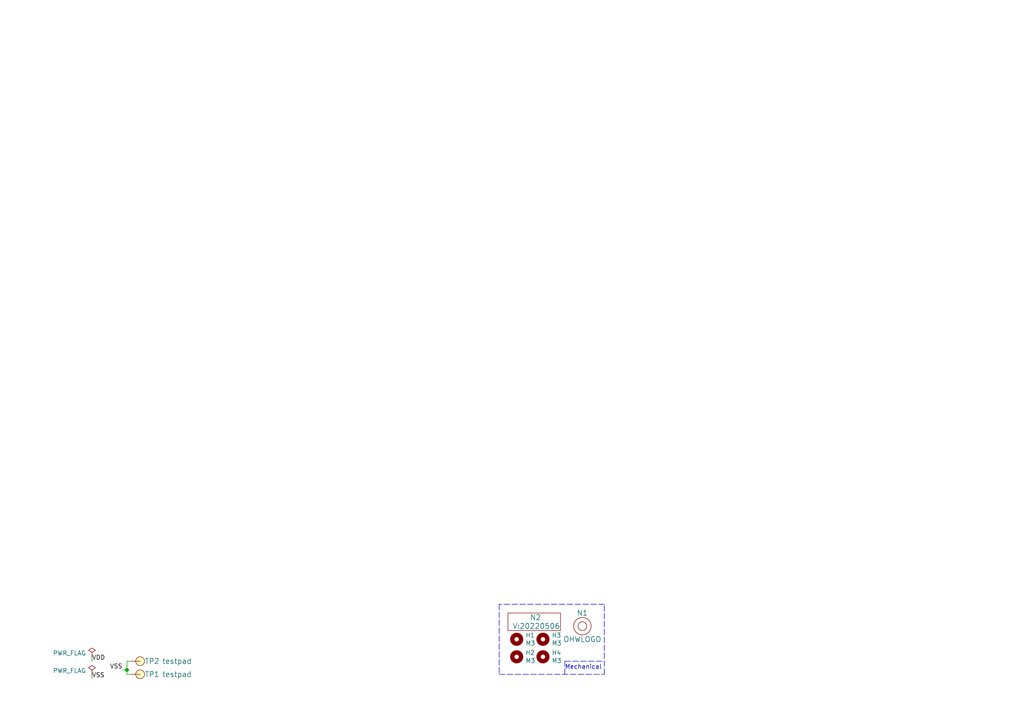
<source format=kicad_sch>
(kicad_sch (version 20211123) (generator eeschema)
  (paper "A4")
  (lib_symbols
    (symbol "Mechanical:MountingHole" (pin_names (offset 1.016))
      (property "Reference" "H" (at 0 5.08 0))
      (property "Value" "MountingHole" (at 0 3.175 0))
      (symbol "MountingHole_0_1"
        (circle (center 0 0) (radius 1.27) (stroke (width 1.27)))
      )
    )
    (symbol "SquantorLabels:OHWLOGO" (pin_names (offset 1.016))
      (property "Reference" "N" (at 0 3.81 0))
      (property "Value" "OHWLOGO" (at 0 -3.81 0))
      (symbol "OHWLOGO_0_1"
        (circle (center 0 0) (radius 1.27))
        (circle (center 0 0) (radius 2.54))
      )
    )
    (symbol "SquantorLabels:VYYYYMMDD" (pin_names (offset 1.016))
      (property "Reference" "N" (at 0 2.54 0))
      (property "Value" "VYYYYMMDD" (at 0 0 0))
      (symbol "VYYYYMMDD_0_1"
        (rectangle (start 7.62 -1.27) (end -7.62 3.81))
      )
    )
    (symbol "SquantorProto:testpad" (pin_numbers hide) (pin_names (offset 1.016) hide)
      (property "Reference" "TP" (at 0 2.54 0))
      (property "Value" "testpad" (at 0 -2.54 0))
      (symbol "testpad_0_1"
        (circle (center 0 0) (radius 1.27) (fill (type background)))
      )
      (symbol "testpad_1_1"
        (pin passive line (at -2.54 0 0) (length 2.54) (name "1") (number "1"))
      )
    )
    (symbol "power:PWR_FLAG" (power) (pin_numbers hide) (pin_names (offset 0) hide)
      (property "Value" "PWR_FLAG" (at 0 3.81 0))
      (symbol "PWR_FLAG_0_0"
        (pin power_out line (at 0 0 90) (length 0) (name "pwr") (number "1"))
      )
      (symbol "PWR_FLAG_0_1"
        (polyline (pts (xy 0 0) (xy 0 1.27) (xy -1.016 1.905) (xy 0 2.54) (xy 1.016 1.905) (xy 0 1.27)))
      )
    )
  )
  (junction (at 36.83 194.31))
  (polyline (pts (xy 163.83 195.58) (xy 163.83 191.77)))
  (wire (pts (xy 36.83 194.31) (xy 36.83 191.77)))
  (polyline (pts (xy 175.26 195.58) (xy 175.26 175.26)))
  (polyline (pts (xy 163.83 191.77) (xy 175.26 191.77)))
  (polyline (pts (xy 144.78 175.26) (xy 144.78 195.58)))
  (wire (pts (xy 35.56 194.31) (xy 36.83 194.31)))
  (polyline (pts (xy 175.26 175.26) (xy 144.78 175.26)))
  (wire (pts (xy 36.83 195.58) (xy 36.83 194.31)))
  (wire (pts (xy 38.1 195.58) (xy 36.83 195.58)))
  (wire (pts (xy 26.67 191.77) (xy 26.67 190.5)))
  (wire (pts (xy 26.67 196.85) (xy 26.67 195.58)))
  (polyline (pts (xy 144.78 195.58) (xy 175.26 195.58)))
  (wire (pts (xy 36.83 191.77) (xy 38.1 191.77)))
  (text "Mechanical" (at 163.83 194.31 0) (effects (font (size 1.27 1.27)) (justify left bottom)))
  (label "VDD" (at 26.67 191.77 0))
  (label "VSS" (at 35.56 194.31 180))
  (label "VSS" (at 26.67 196.85 0))
  (symbol (lib_id "SquantorLabels:OHWLOGO") (at 168.91 181.61 0) (unit 1)
    (property "Reference" "N1" (at 168.91 177.8 0) (effects (font (size 1.524 1.524))))
    (property "Value" "OHWLOGO" (at 168.91 185.42 0) (effects (font (size 1.524 1.524))))
    (property "Footprint" "Symbols:OSHW-Symbol_6.7x6mm_SilkScreen" (effects hide))
  )
  (symbol (lib_id "SquantorLabels:VYYYYMMDD") (at 154.94 181.61 0) (unit 1)
    (property "Reference" "N2" (at 153.67 179.07 0) (effects (font (size 1.524 1.524)) (justify left)))
    (property "Value" "V:20220506" (at 148.59 181.61 0) (effects (font (size 1.524 1.524)) (justify left)))
    (property "Footprint" "SquantorLabels:Label_Generic" (effects hide))
  )
  (symbol (lib_id "Mechanical:MountingHole") (at 149.86 185.42 0) (unit 1)
    (property "Reference" "H1" (at 152.4 184.2516 0) (effects (justify left)))
    (property "Value" "M3" (at 152.4 186.563 0) (effects (justify left)))
    (property "Footprint" "MountingHole:MountingHole_3.2mm_M3_Pad_Via" (effects hide))
  )
  (symbol (lib_id "Mechanical:MountingHole") (at 149.86 190.5 0) (unit 1)
    (property "Reference" "H2" (at 152.4 189.3316 0) (effects (justify left)))
    (property "Value" "M3" (at 152.4 191.643 0) (effects (justify left)))
    (property "Footprint" "MountingHole:MountingHole_3.2mm_M3_Pad_Via" (effects hide))
  )
  (symbol (lib_id "Mechanical:MountingHole") (at 157.48 185.42 0) (unit 1)
    (property "Reference" "H3" (at 160.02 184.2516 0) (effects (justify left)))
    (property "Value" "M3" (at 160.02 186.563 0) (effects (justify left)))
    (property "Footprint" "MountingHole:MountingHole_3.2mm_M3_Pad_Via" (effects hide))
  )
  (symbol (lib_id "Mechanical:MountingHole") (at 157.48 190.5 0) (unit 1)
    (property "Reference" "H4" (at 160.02 189.3316 0) (effects (justify left)))
    (property "Value" "M3" (at 160.02 191.643 0) (effects (justify left)))
    (property "Footprint" "MountingHole:MountingHole_3.2mm_M3_Pad_Via" (effects hide))
  )
  (symbol (lib_id "SquantorProto:testpad") (at 40.64 191.77 0) (unit 1)
    (property "Reference" "TP2" (at 41.91 191.77 0) (effects (font (size 1.524 1.524)) (justify left)))
    (property "Value" "testpad" (at 46.99 191.77 0) (effects (font (size 1.524 1.524)) (justify left)))
    (property "Footprint" "TestPoint:TestPoint_THTPad_D1.0mm_Drill0.5mm" (effects hide))
  )
  (symbol (lib_id "power:PWR_FLAG") (at 26.67 190.5 0) (unit 1)
    (property "Reference" "#FLG0101" (effects hide))
    (property "Value" "PWR_FLAG" (at 24.9682 189.4332 0) (effects (justify right)))
  )
  (symbol (lib_id "power:PWR_FLAG") (at 26.67 195.58 0) (unit 1)
    (property "Reference" "#FLG0102" (effects hide))
    (property "Value" "PWR_FLAG" (at 24.9682 194.5132 0) (effects (justify right)))
  )
  (symbol (lib_id "SquantorProto:testpad") (at 40.64 195.58 0) (unit 1)
    (property "Reference" "TP1" (at 41.91 195.58 0) (effects (font (size 1.524 1.524)) (justify left)))
    (property "Value" "testpad" (at 46.99 195.58 0) (effects (font (size 1.524 1.524)) (justify left)))
    (property "Footprint" "TestPoint:TestPoint_THTPad_D1.0mm_Drill0.5mm" (effects hide))
  )
)
</source>
